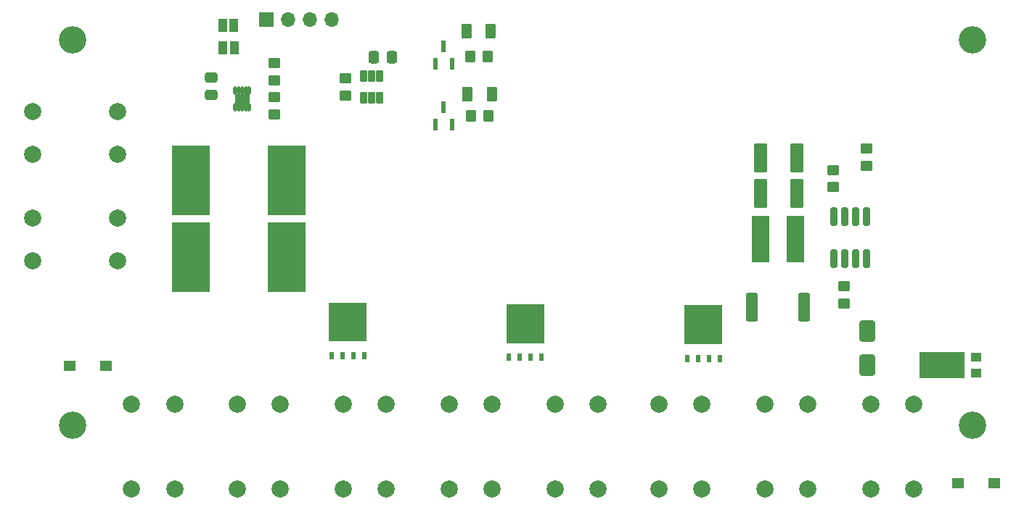
<source format=gbr>
%TF.GenerationSoftware,KiCad,Pcbnew,7.0.2-0*%
%TF.CreationDate,2024-05-03T02:11:47-07:00*%
%TF.ProjectId,EE156_2_Layer,45453135-365f-4325-9f4c-617965722e6b,rev?*%
%TF.SameCoordinates,Original*%
%TF.FileFunction,Soldermask,Top*%
%TF.FilePolarity,Negative*%
%FSLAX46Y46*%
G04 Gerber Fmt 4.6, Leading zero omitted, Abs format (unit mm)*
G04 Created by KiCad (PCBNEW 7.0.2-0) date 2024-05-03 02:11:47*
%MOMM*%
%LPD*%
G01*
G04 APERTURE LIST*
G04 Aperture macros list*
%AMRoundRect*
0 Rectangle with rounded corners*
0 $1 Rounding radius*
0 $2 $3 $4 $5 $6 $7 $8 $9 X,Y pos of 4 corners*
0 Add a 4 corners polygon primitive as box body*
4,1,4,$2,$3,$4,$5,$6,$7,$8,$9,$2,$3,0*
0 Add four circle primitives for the rounded corners*
1,1,$1+$1,$2,$3*
1,1,$1+$1,$4,$5*
1,1,$1+$1,$6,$7*
1,1,$1+$1,$8,$9*
0 Add four rect primitives between the rounded corners*
20,1,$1+$1,$2,$3,$4,$5,0*
20,1,$1+$1,$4,$5,$6,$7,0*
20,1,$1+$1,$6,$7,$8,$9,0*
20,1,$1+$1,$8,$9,$2,$3,0*%
G04 Aperture macros list end*
%ADD10RoundRect,0.249999X-0.450001X-1.425001X0.450001X-1.425001X0.450001X1.425001X-0.450001X1.425001X0*%
%ADD11C,2.004000*%
%ADD12RoundRect,0.250000X-0.350000X-0.450000X0.350000X-0.450000X0.350000X0.450000X-0.350000X0.450000X0*%
%ADD13RoundRect,0.250000X0.375000X0.625000X-0.375000X0.625000X-0.375000X-0.625000X0.375000X-0.625000X0*%
%ADD14R,1.000000X1.500000*%
%ADD15RoundRect,0.102000X0.110000X-0.380000X0.110000X0.380000X-0.110000X0.380000X-0.110000X-0.380000X0*%
%ADD16RoundRect,0.102000X0.750000X-0.450000X0.750000X0.450000X-0.750000X0.450000X-0.750000X-0.450000X0*%
%ADD17R,0.499999X0.850011*%
%ADD18R,0.599999X0.799998*%
%ADD19RoundRect,0.381000X0.381000X-0.762000X0.381000X0.762000X-0.381000X0.762000X-0.381000X-0.762000X0*%
%ADD20RoundRect,0.250000X-0.450000X0.350000X-0.450000X-0.350000X0.450000X-0.350000X0.450000X0.350000X0*%
%ADD21R,2.057400X5.511800*%
%ADD22R,0.558800X1.320800*%
%ADD23RoundRect,0.250000X-0.537500X-1.450000X0.537500X-1.450000X0.537500X1.450000X-0.537500X1.450000X0*%
%ADD24RoundRect,0.144000X-0.258000X0.943000X-0.258000X-0.943000X0.258000X-0.943000X0.258000X0.943000X0*%
%ADD25RoundRect,0.250000X-0.650000X1.000000X-0.650000X-1.000000X0.650000X-1.000000X0.650000X1.000000X0*%
%ADD26RoundRect,0.142600X0.249400X-0.564400X0.249400X0.564400X-0.249400X0.564400X-0.249400X-0.564400X0*%
%ADD27C,3.200000*%
%ADD28RoundRect,0.250000X0.450000X-0.350000X0.450000X0.350000X-0.450000X0.350000X-0.450000X-0.350000X0*%
%ADD29R,1.397000X1.219200*%
%ADD30RoundRect,0.250000X-0.337500X-0.475000X0.337500X-0.475000X0.337500X0.475000X-0.337500X0.475000X0*%
%ADD31R,4.445000X8.128000*%
%ADD32R,1.143000X0.990600*%
%ADD33R,5.207000X3.098800*%
%ADD34R,1.700000X1.700000*%
%ADD35O,1.700000X1.700000*%
%ADD36RoundRect,0.250000X-0.475000X0.337500X-0.475000X-0.337500X0.475000X-0.337500X0.475000X0.337500X0*%
G04 APERTURE END LIST*
%TO.C,U4*%
G36*
X244810001Y-173250001D02*
G01*
X240400001Y-173250001D01*
X240400001Y-168700001D01*
X244809999Y-168700001D01*
X244810001Y-173250001D01*
G37*
%TO.C,U6*%
G36*
X286300001Y-173550001D02*
G01*
X281890001Y-173550001D01*
X281890001Y-169000001D01*
X286299999Y-169000001D01*
X286300001Y-173550001D01*
G37*
%TO.C,U5*%
G36*
X265505001Y-173425500D02*
G01*
X261095001Y-173425500D01*
X261095001Y-168875500D01*
X265504999Y-168875500D01*
X265505001Y-173425500D01*
G37*
%TD*%
D10*
%TO.C,R9*%
X289750000Y-169200000D03*
X295850000Y-169200000D03*
%TD*%
D11*
%TO.C,J6*%
X271800000Y-190517500D03*
X271800000Y-180617500D03*
X266800000Y-190517500D03*
X266800000Y-180617500D03*
%TD*%
D12*
%TO.C,R7*%
X256900000Y-139900000D03*
X258900000Y-139900000D03*
%TD*%
D13*
%TO.C,D3*%
X259400000Y-144300000D03*
X256600000Y-144300000D03*
%TD*%
D11*
%TO.C,J2*%
X205882500Y-151400000D03*
X215782500Y-151400000D03*
X205882500Y-146400000D03*
X215782500Y-146400000D03*
%TD*%
D14*
%TO.C,JP5*%
X228000000Y-136300000D03*
X229300000Y-136300000D03*
%TD*%
D11*
%TO.C,J8*%
X247100000Y-190517500D03*
X247100000Y-180617500D03*
X242100000Y-190517500D03*
X242100000Y-180617500D03*
%TD*%
D15*
%TO.C,U1*%
X229500000Y-145900000D03*
X229900000Y-145900000D03*
X230300000Y-145900000D03*
X230700000Y-145900000D03*
X231100000Y-145900000D03*
X231100000Y-143930000D03*
X230700000Y-143930000D03*
X230300000Y-143930000D03*
X229900000Y-143930000D03*
X229500000Y-143930000D03*
D16*
X230300000Y-144915000D03*
%TD*%
D13*
%TO.C,D2*%
X256500000Y-137000000D03*
X259300000Y-137000000D03*
%TD*%
D11*
%TO.C,J9*%
X234750000Y-190517500D03*
X234750000Y-180617500D03*
X229750000Y-190517500D03*
X229750000Y-180617500D03*
%TD*%
D17*
%TO.C,U4*%
X240700000Y-174924002D03*
X241970000Y-174924002D03*
X243240000Y-174924002D03*
X244510000Y-174924002D03*
D18*
X244510000Y-169100000D03*
X243240000Y-169100000D03*
X241970000Y-169100000D03*
X240700000Y-169100000D03*
D19*
X241182600Y-172075301D03*
X244027400Y-172075301D03*
%TD*%
D20*
%TO.C,R6*%
X300500000Y-166800000D03*
X300500000Y-168800000D03*
%TD*%
D21*
%TO.C,L1*%
X290780700Y-161300000D03*
X294819300Y-161300000D03*
%TD*%
D11*
%TO.C,J5*%
X283900000Y-190517500D03*
X283900000Y-180617500D03*
X278900000Y-190517500D03*
X278900000Y-180617500D03*
%TD*%
D22*
%TO.C,U7*%
X252847500Y-140816000D03*
X254752500Y-140816000D03*
X253800000Y-138784000D03*
%TD*%
D23*
%TO.C,C3*%
X290762500Y-155900000D03*
X295037500Y-155900000D03*
%TD*%
D24*
%TO.C,U3*%
X303105000Y-158625000D03*
X301835000Y-158625000D03*
X300565000Y-158625000D03*
X299295000Y-158625000D03*
X299295000Y-163575000D03*
X300565000Y-163575000D03*
X301835000Y-163575000D03*
X303105000Y-163575000D03*
%TD*%
D25*
%TO.C,D1*%
X303200000Y-172000000D03*
X303200000Y-176000000D03*
%TD*%
D26*
%TO.C,U2*%
X244450000Y-144755000D03*
X245400000Y-144755000D03*
X246350000Y-144755000D03*
X246350000Y-142245000D03*
X245400000Y-142245000D03*
X244450000Y-142245000D03*
%TD*%
D27*
%TO.C,H3*%
X315500000Y-183000000D03*
%TD*%
D11*
%TO.C,J1*%
X205882500Y-163800000D03*
X215782500Y-163800000D03*
X205882500Y-158800000D03*
X215782500Y-158800000D03*
%TD*%
D27*
%TO.C,H2*%
X315500000Y-138000000D03*
%TD*%
D28*
%TO.C,R2*%
X234000000Y-146700000D03*
X234000000Y-144700000D03*
%TD*%
D17*
%TO.C,U6*%
X282190000Y-175224002D03*
X283460000Y-175224002D03*
X284730000Y-175224002D03*
X286000000Y-175224002D03*
D18*
X286000000Y-169400000D03*
X284730000Y-169400000D03*
X283460000Y-169400000D03*
X282190000Y-169400000D03*
D19*
X282672600Y-172375301D03*
X285517400Y-172375301D03*
%TD*%
D29*
%TO.C,C5*%
X318008200Y-189800000D03*
X313791800Y-189800000D03*
%TD*%
D14*
%TO.C,JP4*%
X229350000Y-138900000D03*
X228050000Y-138900000D03*
%TD*%
D30*
%TO.C,C2*%
X245662500Y-140000000D03*
X247737500Y-140000000D03*
%TD*%
D31*
%TO.C,WSLP59312L000FEA_2*%
X235513400Y-154400000D03*
X224286600Y-154400000D03*
%TD*%
D27*
%TO.C,H4*%
X210500000Y-183000000D03*
%TD*%
D17*
%TO.C,U5*%
X261395000Y-175099501D03*
X262665000Y-175099501D03*
X263935000Y-175099501D03*
X265205000Y-175099501D03*
D18*
X265205000Y-169275499D03*
X263935000Y-169275499D03*
X262665000Y-169275499D03*
X261395000Y-169275499D03*
D19*
X261877600Y-172250800D03*
X264722400Y-172250800D03*
%TD*%
D11*
%TO.C,J7*%
X259450000Y-190517500D03*
X259450000Y-180617500D03*
X254450000Y-190517500D03*
X254450000Y-180617500D03*
%TD*%
D12*
%TO.C,R8*%
X257000000Y-146900000D03*
X259000000Y-146900000D03*
%TD*%
D32*
%TO.C,CR1*%
X315900000Y-176940002D03*
X315900000Y-175100000D03*
D33*
X311912200Y-176020001D03*
%TD*%
D34*
%TO.C,J14*%
X233100000Y-135600000D03*
D35*
X235640000Y-135600000D03*
X238180000Y-135600000D03*
X240720000Y-135600000D03*
%TD*%
D20*
%TO.C,R3*%
X242300000Y-142500000D03*
X242300000Y-144500000D03*
%TD*%
D11*
%TO.C,J3*%
X308600000Y-190517500D03*
X308600000Y-180617500D03*
X303600000Y-190517500D03*
X303600000Y-180617500D03*
%TD*%
D22*
%TO.C,U8*%
X252847500Y-147932000D03*
X254752500Y-147932000D03*
X253800000Y-145900000D03*
%TD*%
D11*
%TO.C,J10*%
X222400000Y-190517500D03*
X222400000Y-180617500D03*
X217400000Y-190517500D03*
X217400000Y-180617500D03*
%TD*%
D23*
%TO.C,C4*%
X290762500Y-151800000D03*
X295037500Y-151800000D03*
%TD*%
D29*
%TO.C,C6*%
X210191800Y-176100000D03*
X214408200Y-176100000D03*
%TD*%
D36*
%TO.C,C1*%
X226700000Y-142362500D03*
X226700000Y-144437500D03*
%TD*%
D31*
%TO.C,WSLP59312L000FEA_1*%
X224286600Y-163400000D03*
X235513400Y-163400000D03*
%TD*%
D20*
%TO.C,R1*%
X234000000Y-140700000D03*
X234000000Y-142700000D03*
%TD*%
D27*
%TO.C,H1*%
X210500000Y-138000000D03*
%TD*%
D28*
%TO.C,R5*%
X299200000Y-155200000D03*
X299200000Y-153200000D03*
%TD*%
D11*
%TO.C,J4*%
X296250000Y-190517500D03*
X296250000Y-180617500D03*
X291250000Y-190517500D03*
X291250000Y-180617500D03*
%TD*%
D20*
%TO.C,R4*%
X303100000Y-150700000D03*
X303100000Y-152700000D03*
%TD*%
M02*

</source>
